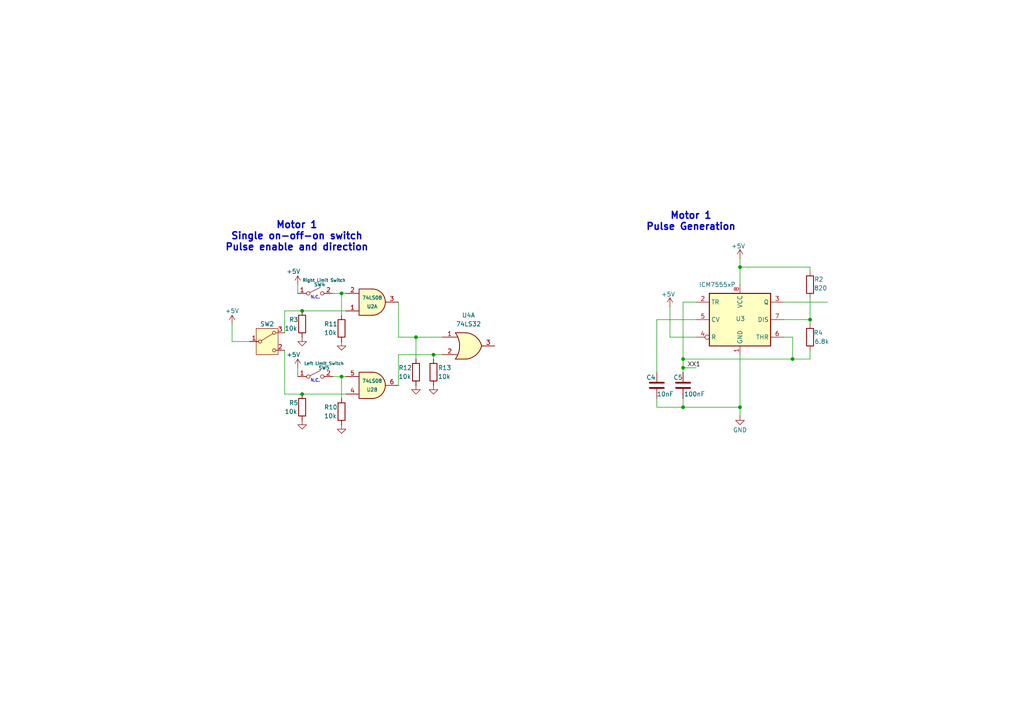
<source format=kicad_sch>
(kicad_sch (version 20250114) (generator "eeschema") (generator_version "9.0")
  (paper "A4")
  (title_block (title "Simple Dish Manual Controller") (date "2025-02-05") (rev "1.0"))
  (lib_symbols
    (symbol "74xx:74LS08" (pin_names (offset 1.016))
      (property "Reference" "U" (at 0 1.27 0))
      (property "Value" "74LS08" (at 0 -1.27 0))
      (symbol "74LS08_1_1"
        (arc (start 0 3.81) (mid 3.7934 0) (end 0 -3.81) (stroke (width 0.254)) (fill (type background)))
        (polyline (pts (xy 0 3.81) (xy -3.81 3.81) (xy -3.81 -3.81) (xy 0 -3.81)) (stroke (width 0.254)) (fill (type background)))
        (pin input line (at -7.62 2.54 0) (length 3.81) (name "~") (number "1"))
        (pin input line (at -7.62 -2.54 0) (length 3.81) (name "~") (number "2"))
        (pin output line (at 7.62 0 180) (length 3.81) (name "~") (number "3"))
      )
      (symbol "74LS08_1_2"
        (arc (start -3.81 3.81) (mid -2.589 0) (end -3.81 -3.81) (stroke (width 0.254)))
        (polyline (pts (xy -3.81 3.81) (xy -0.635 3.81)) (stroke (width 0.254)) (fill (type background)))
        (polyline (pts (xy -3.81 -3.81) (xy -0.635 -3.81)) (stroke (width 0.254)) (fill (type background)))
        (arc (start 3.81 0) (mid 2.1855 -2.584) (end -0.6096 -3.81) (stroke (width 0.254)) (fill (type background)))
        (arc (start -0.6096 3.81) (mid 2.1928 2.5924) (end 3.81 0) (stroke (width 0.254)) (fill (type background)))
        (polyline (pts (xy -0.635 3.81) (xy -3.81 3.81) (xy -3.81 3.81) (xy -3.556 3.4036) (xy -3.0226 2.2606) (xy -2.6924 1.0414) (xy -2.6162 -0.254) (xy -2.7686 -1.4986) (xy -3.175 -2.7178) (xy -3.81 -3.81) (xy -3.81 -3.81) (xy -0.635 -3.81)) (stroke (width -25.4)) (fill (type background)))
        (pin input inverted (at -7.62 2.54 0) (length 4.318) (name "~") (number "1"))
        (pin input inverted (at -7.62 -2.54 0) (length 4.318) (name "~") (number "2"))
        (pin output inverted (at 7.62 0 180) (length 3.81) (name "~") (number "3"))
      )
      (symbol "74LS08_2_1"
        (arc (start 0 3.81) (mid 3.7934 0) (end 0 -3.81) (stroke (width 0.254)) (fill (type background)))
        (polyline (pts (xy 0 3.81) (xy -3.81 3.81) (xy -3.81 -3.81) (xy 0 -3.81)) (stroke (width 0.254)) (fill (type background)))
        (pin input line (at -7.62 2.54 0) (length 3.81) (name "~") (number "4"))
        (pin input line (at -7.62 -2.54 0) (length 3.81) (name "~") (number "5"))
        (pin output line (at 7.62 0 180) (length 3.81) (name "~") (number "6"))
      )
      (symbol "74LS08_2_2"
        (arc (start -3.81 3.81) (mid -2.589 0) (end -3.81 -3.81) (stroke (width 0.254)))
        (polyline (pts (xy -3.81 3.81) (xy -0.635 3.81)) (stroke (width 0.254)) (fill (type background)))
        (polyline (pts (xy -3.81 -3.81) (xy -0.635 -3.81)) (stroke (width 0.254)) (fill (type background)))
        (arc (start 3.81 0) (mid 2.1855 -2.584) (end -0.6096 -3.81) (stroke (width 0.254)) (fill (type background)))
        (arc (start -0.6096 3.81) (mid 2.1928 2.5924) (end 3.81 0) (stroke (width 0.254)) (fill (type background)))
        (polyline (pts (xy -0.635 3.81) (xy -3.81 3.81) (xy -3.81 3.81) (xy -3.556 3.4036) (xy -3.0226 2.2606) (xy -2.6924 1.0414) (xy -2.6162 -0.254) (xy -2.7686 -1.4986) (xy -3.175 -2.7178) (xy -3.81 -3.81) (xy -3.81 -3.81) (xy -0.635 -3.81)) (stroke (width -25.4)) (fill (type background)))
        (pin input inverted (at -7.62 2.54 0) (length 4.318) (name "~") (number "4"))
        (pin input inverted (at -7.62 -2.54 0) (length 4.318) (name "~") (number "5"))
        (pin output inverted (at 7.62 0 180) (length 3.81) (name "~") (number "6"))
      )
      (symbol "74LS08_3_1"
        (arc (start 0 3.81) (mid 3.7934 0) (end 0 -3.81) (stroke (width 0.254)) (fill (type background)))
        (polyline (pts (xy 0 3.81) (xy -3.81 3.81) (xy -3.81 -3.81) (xy 0 -3.81)) (stroke (width 0.254)) (fill (type background)))
        (pin input line (at -7.62 2.54 0) (length 3.81) (name "~") (number "9"))
        (pin input line (at -7.62 -2.54 0) (length 3.81) (name "~") (number "10"))
        (pin output line (at 7.62 0 180) (length 3.81) (name "~") (number "8"))
      )
      (symbol "74LS08_3_2"
        (arc (start -3.81 3.81) (mid -2.589 0) (end -3.81 -3.81) (stroke (width 0.254)))
        (polyline (pts (xy -3.81 3.81) (xy -0.635 3.81)) (stroke (width 0.254)) (fill (type background)))
        (polyline (pts (xy -3.81 -3.81) (xy -0.635 -3.81)) (stroke (width 0.254)) (fill (type background)))
        (arc (start 3.81 0) (mid 2.1855 -2.584) (end -0.6096 -3.81) (stroke (width 0.254)) (fill (type background)))
        (arc (start -0.6096 3.81) (mid 2.1928 2.5924) (end 3.81 0) (stroke (width 0.254)) (fill (type background)))
        (polyline (pts (xy -0.635 3.81) (xy -3.81 3.81) (xy -3.81 3.81) (xy -3.556 3.4036) (xy -3.0226 2.2606) (xy -2.6924 1.0414) (xy -2.6162 -0.254) (xy -2.7686 -1.4986) (xy -3.175 -2.7178) (xy -3.81 -3.81) (xy -3.81 -3.81) (xy -0.635 -3.81)) (stroke (width -25.4)) (fill (type background)))
        (pin input inverted (at -7.62 2.54 0) (length 4.318) (name "~") (number "9"))
        (pin input inverted (at -7.62 -2.54 0) (length 4.318) (name "~") (number "10"))
        (pin output inverted (at 7.62 0 180) (length 3.81) (name "~") (number "8"))
      )
      (symbol "74LS08_4_1"
        (arc (start 0 3.81) (mid 3.7934 0) (end 0 -3.81) (stroke (width 0.254)) (fill (type background)))
        (polyline (pts (xy 0 3.81) (xy -3.81 3.81) (xy -3.81 -3.81) (xy 0 -3.81)) (stroke (width 0.254)) (fill (type background)))
        (pin input line (at -7.62 2.54 0) (length 3.81) (name "~") (number "12"))
        (pin input line (at -7.62 -2.54 0) (length 3.81) (name "~") (number "13"))
        (pin output line (at 7.62 0 180) (length 3.81) (name "~") (number "11"))
      )
      (symbol "74LS08_4_2"
        (arc (start -3.81 3.81) (mid -2.589 0) (end -3.81 -3.81) (stroke (width 0.254)))
        (polyline (pts (xy -3.81 3.81) (xy -0.635 3.81)) (stroke (width 0.254)) (fill (type background)))
        (polyline (pts (xy -3.81 -3.81) (xy -0.635 -3.81)) (stroke (width 0.254)) (fill (type background)))
        (arc (start 3.81 0) (mid 2.1855 -2.584) (end -0.6096 -3.81) (stroke (width 0.254)) (fill (type background)))
        (arc (start -0.6096 3.81) (mid 2.1928 2.5924) (end 3.81 0) (stroke (width 0.254)) (fill (type background)))
        (polyline (pts (xy -0.635 3.81) (xy -3.81 3.81) (xy -3.81 3.81) (xy -3.556 3.4036) (xy -3.0226 2.2606) (xy -2.6924 1.0414) (xy -2.6162 -0.254) (xy -2.7686 -1.4986) (xy -3.175 -2.7178) (xy -3.81 -3.81) (xy -3.81 -3.81) (xy -0.635 -3.81)) (stroke (width -25.4)) (fill (type background)))
        (pin input inverted (at -7.62 2.54 0) (length 4.318) (name "~") (number "12"))
        (pin input inverted (at -7.62 -2.54 0) (length 4.318) (name "~") (number "13"))
        (pin output inverted (at 7.62 0 180) (length 3.81) (name "~") (number "11"))
      )
      (symbol "74LS08_5_0"
        (pin power_in line (at 0 12.7 270) (length 5.08) (name "VCC") (number "14"))
        (pin power_in line (at 0 -12.7 90) (length 5.08) (name "GND") (number "7"))
      )
      (symbol "74LS08_5_1"
        (rectangle (start -5.08 7.62) (end 5.08 -7.62) (stroke (width 0.254)) (fill (type background)))
      )
    )
    (symbol "74xx:74LS32" (pin_names (offset 1.016))
      (property "Reference" "U" (at 0 1.27 0))
      (property "Value" "74LS32" (at 0 -1.27 0))
      (symbol "74LS32_1_1"
        (arc (start -3.81 3.81) (mid -2.589 0) (end -3.81 -3.81) (stroke (width 0.254)))
        (polyline (pts (xy -3.81 3.81) (xy -0.635 3.81)) (stroke (width 0.254)) (fill (type background)))
        (polyline (pts (xy -3.81 -3.81) (xy -0.635 -3.81)) (stroke (width 0.254)) (fill (type background)))
        (arc (start 3.81 0) (mid 2.1855 -2.584) (end -0.6096 -3.81) (stroke (width 0.254)) (fill (type background)))
        (arc (start -0.6096 3.81) (mid 2.1928 2.5924) (end 3.81 0) (stroke (width 0.254)) (fill (type background)))
        (polyline (pts (xy -0.635 3.81) (xy -3.81 3.81) (xy -3.81 3.81) (xy -3.556 3.4036) (xy -3.0226 2.2606) (xy -2.6924 1.0414) (xy -2.6162 -0.254) (xy -2.7686 -1.4986) (xy -3.175 -2.7178) (xy -3.81 -3.81) (xy -3.81 -3.81) (xy -0.635 -3.81)) (stroke (width -25.4)) (fill (type background)))
        (pin input line (at -7.62 2.54 0) (length 4.318) (name "~") (number "1"))
        (pin input line (at -7.62 -2.54 0) (length 4.318) (name "~") (number "2"))
        (pin output line (at 7.62 0 180) (length 3.81) (name "~") (number "3"))
      )
      (symbol "74LS32_1_2"
        (arc (start 0 3.81) (mid 3.7934 0) (end 0 -3.81) (stroke (width 0.254)) (fill (type background)))
        (polyline (pts (xy 0 3.81) (xy -3.81 3.81) (xy -3.81 -3.81) (xy 0 -3.81)) (stroke (width 0.254)) (fill (type background)))
        (pin input inverted (at -7.62 2.54 0) (length 3.81) (name "~") (number "1"))
        (pin input inverted (at -7.62 -2.54 0) (length 3.81) (name "~") (number "2"))
        (pin output inverted (at 7.62 0 180) (length 3.81) (name "~") (number "3"))
      )
      (symbol "74LS32_2_1"
        (arc (start -3.81 3.81) (mid -2.589 0) (end -3.81 -3.81) (stroke (width 0.254)))
        (polyline (pts (xy -3.81 3.81) (xy -0.635 3.81)) (stroke (width 0.254)) (fill (type background)))
        (polyline (pts (xy -3.81 -3.81) (xy -0.635 -3.81)) (stroke (width 0.254)) (fill (type background)))
        (arc (start 3.81 0) (mid 2.1855 -2.584) (end -0.6096 -3.81) (stroke (width 0.254)) (fill (type background)))
        (arc (start -0.6096 3.81) (mid 2.1928 2.5924) (end 3.81 0) (stroke (width 0.254)) (fill (type background)))
        (polyline (pts (xy -0.635 3.81) (xy -3.81 3.81) (xy -3.81 3.81) (xy -3.556 3.4036) (xy -3.0226 2.2606) (xy -2.6924 1.0414) (xy -2.6162 -0.254) (xy -2.7686 -1.4986) (xy -3.175 -2.7178) (xy -3.81 -3.81) (xy -3.81 -3.81) (xy -0.635 -3.81)) (stroke (width -25.4)) (fill (type background)))
        (pin input line (at -7.62 2.54 0) (length 4.318) (name "~") (number "4"))
        (pin input line (at -7.62 -2.54 0) (length 4.318) (name "~") (number "5"))
        (pin output line (at 7.62 0 180) (length 3.81) (name "~") (number "6"))
      )
      (symbol "74LS32_2_2"
        (arc (start 0 3.81) (mid 3.7934 0) (end 0 -3.81) (stroke (width 0.254)) (fill (type background)))
        (polyline (pts (xy 0 3.81) (xy -3.81 3.81) (xy -3.81 -3.81) (xy 0 -3.81)) (stroke (width 0.254)) (fill (type background)))
        (pin input inverted (at -7.62 2.54 0) (length 3.81) (name "~") (number "4"))
        (pin input inverted (at -7.62 -2.54 0) (length 3.81) (name "~") (number "5"))
        (pin output inverted (at 7.62 0 180) (length 3.81) (name "~") (number "6"))
      )
      (symbol "74LS32_3_1"
        (arc (start -3.81 3.81) (mid -2.589 0) (end -3.81 -3.81) (stroke (width 0.254)))
        (polyline (pts (xy -3.81 3.81) (xy -0.635 3.81)) (stroke (width 0.254)) (fill (type background)))
        (polyline (pts (xy -3.81 -3.81) (xy -0.635 -3.81)) (stroke (width 0.254)) (fill (type background)))
        (arc (start 3.81 0) (mid 2.1855 -2.584) (end -0.6096 -3.81) (stroke (width 0.254)) (fill (type background)))
        (arc (start -0.6096 3.81) (mid 2.1928 2.5924) (end 3.81 0) (stroke (width 0.254)) (fill (type background)))
        (polyline (pts (xy -0.635 3.81) (xy -3.81 3.81) (xy -3.81 3.81) (xy -3.556 3.4036) (xy -3.0226 2.2606) (xy -2.6924 1.0414) (xy -2.6162 -0.254) (xy -2.7686 -1.4986) (xy -3.175 -2.7178) (xy -3.81 -3.81) (xy -3.81 -3.81) (xy -0.635 -3.81)) (stroke (width -25.4)) (fill (type background)))
        (pin input line (at -7.62 2.54 0) (length 4.318) (name "~") (number "9"))
        (pin input line (at -7.62 -2.54 0) (length 4.318) (name "~") (number "10"))
        (pin output line (at 7.62 0 180) (length 3.81) (name "~") (number "8"))
      )
      (symbol "74LS32_3_2"
        (arc (start 0 3.81) (mid 3.7934 0) (end 0 -3.81) (stroke (width 0.254)) (fill (type background)))
        (polyline (pts (xy 0 3.81) (xy -3.81 3.81) (xy -3.81 -3.81) (xy 0 -3.81)) (stroke (width 0.254)) (fill (type background)))
        (pin input inverted (at -7.62 2.54 0) (length 3.81) (name "~") (number "9"))
        (pin input inverted (at -7.62 -2.54 0) (length 3.81) (name "~") (number "10"))
        (pin output inverted (at 7.62 0 180) (length 3.81) (name "~") (number "8"))
      )
      (symbol "74LS32_4_1"
        (arc (start -3.81 3.81) (mid -2.589 0) (end -3.81 -3.81) (stroke (width 0.254)))
        (polyline (pts (xy -3.81 3.81) (xy -0.635 3.81)) (stroke (width 0.254)) (fill (type background)))
        (polyline (pts (xy -3.81 -3.81) (xy -0.635 -3.81)) (stroke (width 0.254)) (fill (type background)))
        (arc (start 3.81 0) (mid 2.1855 -2.584) (end -0.6096 -3.81) (stroke (width 0.254)) (fill (type background)))
        (arc (start -0.6096 3.81) (mid 2.1928 2.5924) (end 3.81 0) (stroke (width 0.254)) (fill (type background)))
        (polyline (pts (xy -0.635 3.81) (xy -3.81 3.81) (xy -3.81 3.81) (xy -3.556 3.4036) (xy -3.0226 2.2606) (xy -2.6924 1.0414) (xy -2.6162 -0.254) (xy -2.7686 -1.4986) (xy -3.175 -2.7178) (xy -3.81 -3.81) (xy -3.81 -3.81) (xy -0.635 -3.81)) (stroke (width -25.4)) (fill (type background)))
        (pin input line (at -7.62 2.54 0) (length 4.318) (name "~") (number "12"))
        (pin input line (at -7.62 -2.54 0) (length 4.318) (name "~") (number "13"))
        (pin output line (at 7.62 0 180) (length 3.81) (name "~") (number "11"))
      )
      (symbol "74LS32_4_2"
        (arc (start 0 3.81) (mid 3.7934 0) (end 0 -3.81) (stroke (width 0.254)) (fill (type background)))
        (polyline (pts (xy 0 3.81) (xy -3.81 3.81) (xy -3.81 -3.81) (xy 0 -3.81)) (stroke (width 0.254)) (fill (type background)))
        (pin input inverted (at -7.62 2.54 0) (length 3.81) (name "~") (number "12"))
        (pin input inverted (at -7.62 -2.54 0) (length 3.81) (name "~") (number "13"))
        (pin output inverted (at 7.62 0 180) (length 3.81) (name "~") (number "11"))
      )
      (symbol "74LS32_5_0"
        (pin power_in line (at 0 12.7 270) (length 5.08) (name "VCC") (number "14"))
        (pin power_in line (at 0 -12.7 90) (length 5.08) (name "GND") (number "7"))
      )
      (symbol "74LS32_5_1"
        (rectangle (start -5.08 7.62) (end 5.08 -7.62) (stroke (width 0.254)) (fill (type background)))
      )
    )
    (symbol "Device:C" (pin_numbers (hide yes)) (pin_names (offset 0.254))
      (property "Reference" "C" (at 0.635 2.54 0))
      (property "Value" "C" (at 0.635 -2.54 0))
      (symbol "C_0_1"
        (polyline (pts (xy -2.032 0.762) (xy 2.032 0.762)) (stroke (width 0.508)))
        (polyline (pts (xy -2.032 -0.762) (xy 2.032 -0.762)) (stroke (width 0.508)))
      )
      (symbol "C_1_1"
        (pin passive line (at 0 3.81 270) (length 2.794) (name "~") (number "1"))
        (pin passive line (at 0 -3.81 90) (length 2.794) (name "~") (number "2"))
      )
    )
    (symbol "Device:R" (pin_numbers (hide yes)) (pin_names (offset 0))
      (property "Reference" "R" (at 2.032 0 90))
      (property "Value" "R" (at 0 0 90))
      (symbol "R_0_1"
        (rectangle (start -1.016 -2.54) (end 1.016 2.54) (stroke (width 0.254)))
      )
      (symbol "R_1_1"
        (pin passive line (at 0 3.81 270) (length 1.27) (name "~") (number "1"))
        (pin passive line (at 0 -3.81 90) (length 1.27) (name "~") (number "2"))
      )
    )
    (symbol "Switch:SW_SPDT_312" (pin_names (offset 1) (hide yes))
      (property "Reference" "SW" (at 0 5.08 0))
      (property "Value" "SW_SPDT_312" (at 0 -5.08 0))
      (symbol "SW_SPDT_312_0_1"
        (circle (center -2.032 0) (radius 0.4572))
        (polyline (pts (xy -1.651 0.254) (xy 1.651 2.286)))
        (circle (center 2.032 2.54) (radius 0.4572))
        (circle (center 2.032 -2.54) (radius 0.4572))
      )
      (symbol "SW_SPDT_312_1_1"
        (rectangle (start -3.175 3.81) (end 3.175 -3.81) (fill (type background)))
        (pin passive line (at -5.08 0 0) (length 2.54) (name "B") (number "1"))
        (pin passive line (at 5.08 2.54 180) (length 2.54) (name "A") (number "3"))
        (pin passive line (at 5.08 -2.54 180) (length 2.54) (name "C") (number "2"))
      )
    )
    (symbol "Switch:SW_SPST" (pin_names (offset 0) (hide yes))
      (property "Reference" "SW" (at 0 3.175 0))
      (property "Value" "SW_SPST" (at 0 -2.54 0))
      (symbol "SW_SPST_0_0"
        (circle (center -2.032 0) (radius 0.508))
        (polyline (pts (xy -1.524 0.254) (xy 1.524 1.778)))
        (circle (center 2.032 0) (radius 0.508))
      )
      (symbol "SW_SPST_1_1"
        (pin passive line (at -5.08 0 0) (length 2.54) (name "A") (number "1"))
        (pin passive line (at 5.08 0 180) (length 2.54) (name "B") (number "2"))
      )
    )
    (symbol "Timer:ICM7555xP"
      (property "Reference" "U" (at -10.16 8.89 0))
      (property "Value" "ICM7555xP" (at 2.54 8.89 0))
      (symbol "ICM7555xP_0_0"
        (pin power_in line (at 0 10.16 270) (length 2.54) (name "VCC") (number "8"))
        (pin power_in line (at 0 -10.16 90) (length 2.54) (name "GND") (number "1"))
      )
      (symbol "ICM7555xP_0_1"
        (rectangle (start -8.89 -7.62) (end 8.89 7.62) (stroke (width 0.254)) (fill (type background)))
        (rectangle (start -8.89 -7.62) (end 8.89 7.62) (stroke (width 0.254)) (fill (type background)))
      )
      (symbol "ICM7555xP_1_1"
        (pin input line (at -12.7 5.08 0) (length 3.81) (name "TR") (number "2"))
        (pin input line (at -12.7 0 0) (length 3.81) (name "CV") (number "5"))
        (pin input inverted (at -12.7 -5.08 0) (length 3.81) (name "R") (number "4"))
        (pin output line (at 12.7 5.08 180) (length 3.81) (name "Q") (number "3"))
        (pin input line (at 12.7 0 180) (length 3.81) (name "DIS") (number "7"))
        (pin input line (at 12.7 -5.08 180) (length 3.81) (name "THR") (number "6"))
      )
    )
    (symbol "power:+5V" (power) (pin_numbers (hide yes)) (pin_names (offset 0) (hide yes))
      (property "Value" "+5V" (at 0 3.556 0))
      (symbol "+5V_0_1"
        (polyline (pts (xy -0.762 1.27) (xy 0 2.54)))
        (polyline (pts (xy 0 2.54) (xy 0.762 1.27)))
        (polyline (pts (xy 0 0) (xy 0 2.54)))
      )
      (symbol "+5V_1_1"
        (pin power_in line (at 0 0 90) (length 0) (name "~") (number "1"))
      )
    )
    (symbol "power:GND" (power) (pin_numbers (hide yes)) (pin_names (offset 0) (hide yes))
      (property "Value" "GND" (at 0 -3.81 0))
      (symbol "GND_0_1"
        (polyline (pts (xy 0 0) (xy 0 -1.27) (xy 1.27 -1.27) (xy 0 -2.54) (xy -1.27 -1.27) (xy 0 -1.27)))
      )
      (symbol "GND_1_1"
        (pin power_in line (at 0 0 270) (length 0) (name "~") (number "1"))
      )
    )
  )
  (text "N.C." (at 91.44 86.36 0) (effects (font (size 0.889 0.889))))
  (text "Motor 1\nSingle on-off-on switch\nPulse enable and direction" (at 86.106 68.58 0) (effects (font (size 2 2) (thickness 0.4) (bold yes))))
  (text "Motor 1\nPulse Generation\n" (at 200.406 64.262 0) (effects (font (size 2 2) (thickness 0.4) (bold yes))))
  (text "N.C." (at 91.44 110.49 0) (effects (font (size 0.889 0.889))))
  (junction (at 99.06 109.22))
  (junction (at 198.12 104.14))
  (junction (at 229.87 104.14))
  (junction (at 87.63 90.17))
  (junction (at 99.06 85.09))
  (junction (at 120.65 97.79))
  (junction (at 214.63 77.47))
  (junction (at 125.73 102.87))
  (junction (at 198.12 106.68))
  (junction (at 87.63 114.3))
  (junction (at 198.12 118.11))
  (junction (at 234.95 92.71))
  (junction (at 214.63 118.11))
  (wire (pts (xy 99.06 85.09) (xy 99.06 91.44)))
  (wire (pts (xy 214.63 77.47) (xy 234.95 77.47)))
  (wire (pts (xy 234.95 104.14) (xy 229.87 104.14)))
  (wire (pts (xy 201.93 92.71) (xy 190.5 92.71)))
  (wire (pts (xy 229.87 97.79) (xy 229.87 104.14)))
  (wire (pts (xy 214.63 74.93) (xy 214.63 77.47)))
  (wire (pts (xy 96.52 109.22) (xy 99.06 109.22)))
  (wire (pts (xy 190.5 115.57) (xy 190.5 118.11)))
  (wire (pts (xy 82.55 90.17) (xy 87.63 90.17)))
  (wire (pts (xy 201.93 87.63) (xy 198.12 87.63)))
  (wire (pts (xy 234.95 101.6) (xy 234.95 104.14)))
  (wire (pts (xy 115.57 87.63) (xy 115.57 97.79)))
  (wire (pts (xy 234.95 86.36) (xy 234.95 92.71)))
  (wire (pts (xy 72.39 99.06) (xy 67.31 99.06)))
  (wire (pts (xy 120.65 97.79) (xy 128.27 97.79)))
  (wire (pts (xy 125.73 102.87) (xy 125.73 104.14)))
  (wire (pts (xy 194.31 88.9) (xy 194.31 97.79)))
  (wire (pts (xy 96.52 85.09) (xy 99.06 85.09)))
  (wire (pts (xy 115.57 102.87) (xy 115.57 111.76)))
  (wire (pts (xy 198.12 87.63) (xy 198.12 104.14)))
  (wire (pts (xy 198.12 115.57) (xy 198.12 118.11)))
  (wire (pts (xy 87.63 90.17) (xy 100.33 90.17)))
  (wire (pts (xy 190.5 92.71) (xy 190.5 107.95)))
  (wire (pts (xy 99.06 109.22) (xy 100.33 109.22)))
  (wire (pts (xy 120.65 97.79) (xy 120.65 104.14)))
  (wire (pts (xy 198.12 106.68) (xy 198.12 107.95)))
  (wire (pts (xy 214.63 118.11) (xy 214.63 120.65)))
  (wire (pts (xy 82.55 114.3) (xy 87.63 114.3)))
  (wire (pts (xy 198.12 118.11) (xy 214.63 118.11)))
  (wire (pts (xy 214.63 102.87) (xy 214.63 118.11)))
  (wire (pts (xy 99.06 109.22) (xy 99.06 115.57)))
  (wire (pts (xy 82.55 96.52) (xy 82.55 90.17)))
  (wire (pts (xy 86.36 106.68) (xy 86.36 109.22)))
  (wire (pts (xy 214.63 77.47) (xy 214.63 82.55)))
  (wire (pts (xy 87.63 114.3) (xy 100.33 114.3)))
  (wire (pts (xy 229.87 97.79) (xy 227.33 97.79)))
  (wire (pts (xy 227.33 92.71) (xy 234.95 92.71)))
  (wire (pts (xy 125.73 102.87) (xy 115.57 102.87)))
  (wire (pts (xy 194.31 97.79) (xy 201.93 97.79)))
  (wire (pts (xy 86.36 82.55) (xy 86.36 85.09)))
  (wire (pts (xy 234.95 78.74) (xy 234.95 77.47)))
  (wire (pts (xy 234.95 93.98) (xy 234.95 92.71)))
  (wire (pts (xy 201.93 106.68) (xy 198.12 106.68)))
  (wire (pts (xy 198.12 104.14) (xy 198.12 106.68)))
  (wire (pts (xy 82.55 101.6) (xy 82.55 114.3)))
  (wire (pts (xy 128.27 102.87) (xy 125.73 102.87)))
  (wire (pts (xy 227.33 87.63) (xy 240.03 87.63)))
  (wire (pts (xy 99.06 85.09) (xy 100.33 85.09)))
  (wire (pts (xy 190.5 118.11) (xy 198.12 118.11)))
  (wire (pts (xy 115.57 97.79) (xy 120.65 97.79)))
  (wire (pts (xy 198.12 104.14) (xy 229.87 104.14)))
  (wire (pts (xy 67.31 99.06) (xy 67.31 93.98)))
  (label "XX1" (at 203.2 106.68 180))
  (symbol (lib_id "power:+5V") (at 194.31 88.9 0) (unit 1)
    (property "Reference" "#PWR010" (effects (hide yes)))
    (property "Value" "+5V" (at 193.802 85.344 0))
    (property "Description" "Power symbol creates a global label with name \"+5V\"" (effects (hide yes)))
  )
  (symbol (lib_id "Device:R") (at 99.06 119.38 0) (unit 1)
    (property "Reference" "R10" (at 93.98 118.11 0) (effects (justify left)))
    (property "Value" "10k" (at 93.98 120.65 0) (effects (justify left)))
    (property "Description" "Resistor" (effects (hide yes)))
  )
  (symbol (lib_id "Device:C") (at 198.12 111.76 0) (unit 1)
    (property "Reference" "C5" (at 195.326 109.474 0) (effects (justify left)))
    (property "Value" "100nF" (at 198.374 114.3 0) (effects (justify left)))
    (property "Description" "Unpolarized capacitor" (effects (hide yes)))
  )
  (symbol (lib_id "74xx:74LS08") (at 107.95 87.63 0) (mirror x) (unit 1)
    (property "Reference" "U2" (at 107.95 88.9 0) (effects (font (size 1.016 1.016))))
    (property "Value" "74LS08" (at 107.95 86.36 0) (effects (font (size 1.016 1.016))))
    (property "Datasheet" "http://www.ti.com/lit/gpn/sn74LS08" (effects (hide yes)))
    (property "Description" "Quad And2" (effects (hide yes)))
  )
  (symbol (lib_id "Timer:ICM7555xP") (at 214.63 92.71 0) (unit 1)
    (property "Reference" "U3" (at 213.36 92.456 0) (effects (justify left)))
    (property "Value" "ICM7555xP" (at 202.692 82.55 0) (effects (justify left)))
    (property "Footprint" "Package_DIP:DIP-8_W7.62mm" (effects (hide yes)))
    (property "Datasheet" "http://www.intersil.com/content/dam/Intersil/documents/icm7/icm7555-56.pdf" (effects (hide yes)))
    (property "Description" "CMOS General Purpose Timer, 555 compatible, PDIP-8" (effects (hide yes)))
  )
  (symbol (lib_id "74xx:74LS32") (at 135.89 100.33 0) (unit 1)
    (property "Reference" "U4" (at 135.89 91.44 0))
    (property "Value" "74LS32" (at 135.89 93.98 0))
    (property "Datasheet" "http://www.ti.com/lit/gpn/sn74LS32" (effects (hide yes)))
    (property "Description" "Quad 2-input OR" (effects (hide yes)))
  )
  (symbol (lib_id "power:GND") (at 87.63 97.79 0) (unit 1)
    (property "Reference" "#PWR06" (effects (hide yes)))
    (property "Value" "GND" (effects (hide yes)))
    (property "Description" "Power symbol creates a global label with name \"GND\" , ground" (effects (hide yes)))
  )
  (symbol (lib_id "Device:R") (at 234.95 97.79 180) (unit 1)
    (property "Reference" "R4" (at 235.966 96.52 0) (effects (justify right)))
    (property "Value" "6.8k" (at 236.22 99.06 0) (effects (justify right)))
    (property "Description" "Resistor" (effects (hide yes)))
  )
  (symbol (lib_id "Device:R") (at 125.73 107.95 0) (unit 1)
    (property "Reference" "R13" (at 127 106.68 0) (effects (justify left)))
    (property "Value" "10k" (at 127 109.22 0) (effects (justify left)))
    (property "Description" "Resistor" (effects (hide yes)))
  )
  (symbol (lib_id "power:GND") (at 99.06 123.19 0) (unit 1)
    (property "Reference" "#PWR015" (effects (hide yes)))
    (property "Value" "GND" (effects (hide yes)))
    (property "Description" "Power symbol creates a global label with name \"GND\" , ground" (effects (hide yes)))
  )
  (symbol (lib_id "power:GND") (at 99.06 99.06 0) (unit 1)
    (property "Reference" "#PWR012" (effects (hide yes)))
    (property "Value" "GND" (effects (hide yes)))
    (property "Description" "Power symbol creates a global label with name \"GND\" , ground" (effects (hide yes)))
  )
  (symbol (lib_id "power:GND") (at 125.73 111.76 0) (unit 1)
    (property "Reference" "#PWR018" (effects (hide yes)))
    (property "Value" "GND" (effects (hide yes)))
    (property "Description" "Power symbol creates a global label with name \"GND\" , ground" (effects (hide yes)))
  )
  (symbol (lib_id "power:+5V") (at 67.31 93.98 0) (unit 1)
    (property "Reference" "#PWR09" (effects (hide yes)))
    (property "Value" "+5V" (at 67.31 90.17 0))
    (property "Description" "Power symbol creates a global label with name \"+5V\"" (effects (hide yes)))
  )
  (symbol (lib_id "power:GND") (at 214.63 120.65 0) (unit 1)
    (property "Reference" "#PWR016" (effects (hide yes)))
    (property "Value" "GND" (at 214.63 124.714 0))
    (property "Description" "Power symbol creates a global label with name \"GND\" , ground" (effects (hide yes)))
  )
  (symbol (lib_id "Device:R") (at 99.06 95.25 0) (unit 1)
    (property "Reference" "R11" (at 93.98 93.98 0) (effects (justify left)))
    (property "Value" "10k" (at 93.98 96.52 0) (effects (justify left)))
    (property "Description" "Resistor" (effects (hide yes)))
  )
  (symbol (lib_id "power:+5V") (at 86.36 106.68 0) (unit 1)
    (property "Reference" "#PWR08" (effects (hide yes)))
    (property "Value" "+5V" (at 85.09 102.87 0))
    (property "Description" "Power symbol creates a global label with name \"+5V\"" (effects (hide yes)))
  )
  (symbol (lib_id "power:GND") (at 87.63 121.92 0) (unit 1)
    (property "Reference" "#PWR07" (effects (hide yes)))
    (property "Value" "GND" (effects (hide yes)))
    (property "Description" "Power symbol creates a global label with name \"GND\" , ground" (effects (hide yes)))
  )
  (symbol (lib_id "Switch:SW_SPDT_312") (at 77.47 99.06 0) (unit 1)
    (property "Reference" "SW2" (at 77.47 93.98 0))
    (property "Value" "SW_SPDT_312" (effects (hide yes)))
    (property "Description" "Switch, single pole double throw" (effects (hide yes)))
  )
  (symbol (lib_id "power:GND") (at 120.65 111.76 0) (unit 1)
    (property "Reference" "#PWR017" (effects (hide yes)))
    (property "Value" "GND" (effects (hide yes)))
    (property "Description" "Power symbol creates a global label with name \"GND\" , ground" (effects (hide yes)))
  )
  (symbol (lib_id "Device:R") (at 120.65 107.95 0) (unit 1)
    (property "Reference" "R12" (at 115.57 106.68 0) (effects (justify left)))
    (property "Value" "10k" (at 115.57 109.22 0) (effects (justify left)))
    (property "Description" "Resistor" (effects (hide yes)))
  )
  (symbol (lib_id "Device:R") (at 87.63 93.98 0) (unit 1)
    (property "Reference" "R3" (at 83.82 92.71 0) (effects (justify left)))
    (property "Value" "10k" (at 82.55 95.25 0) (effects (justify left)))
    (property "Description" "Resistor" (effects (hide yes)))
  )
  (symbol (lib_id "Device:R") (at 87.63 118.11 0) (unit 1)
    (property "Reference" "R5" (at 83.82 116.84 0) (effects (justify left)))
    (property "Value" "10k" (at 82.55 119.38 0) (effects (justify left)))
    (property "Description" "Resistor" (effects (hide yes)))
  )
  (symbol (lib_id "Switch:SW_SPST") (at 91.44 109.22 0) (unit 1)
    (property "Reference" "SW5" (at 93.98 106.68 0) (effects (font (size 1.016 1.016))))
    (property "Value" "Left Limit Switch" (at 93.98 105.41 0) (effects (font (size 0.889 0.889))))
    (property "Description" "Single Pole Single Throw (SPST) switch" (effects (hide yes)))
  )
  (symbol (lib_id "Device:C") (at 190.5 111.76 0) (unit 1)
    (property "Reference" "C4" (at 187.452 109.474 0) (effects (justify left)))
    (property "Value" "10nF" (at 190.5 114.3 0) (effects (justify left)))
    (property "Description" "Unpolarized capacitor" (effects (hide yes)))
  )
  (symbol (lib_id "power:+5V") (at 86.36 82.55 0) (unit 1)
    (property "Reference" "#PWR011" (effects (hide yes)))
    (property "Value" "+5V" (at 85.09 78.74 0))
    (property "Description" "Power symbol creates a global label with name \"+5V\"" (effects (hide yes)))
  )
  (symbol (lib_id "power:+5V") (at 214.63 74.93 0) (unit 1)
    (property "Reference" "#PWR05" (effects (hide yes)))
    (property "Value" "+5V" (at 214.122 71.374 0))
    (property "Description" "Power symbol creates a global label with name \"+5V\"" (effects (hide yes)))
  )
  (symbol (lib_id "Device:R") (at 234.95 82.55 0) (unit 1)
    (property "Reference" "R2" (at 237.49 81.026 0))
    (property "Value" "820" (at 237.998 83.566 0))
    (property "Description" "Resistor" (effects (hide yes)))
  )
  (symbol (lib_id "Switch:SW_SPST") (at 91.44 85.09 0) (unit 1)
    (property "Reference" "SW4" (at 92.71 82.55 0) (effects (font (size 1.016 1.016))))
    (property "Value" "Right Limit Switch" (at 93.98 81.28 0) (effects (font (size 0.889 0.889))))
    (property "Description" "Single Pole Single Throw (SPST) switch" (effects (hide yes)))
  )
  (symbol (lib_id "74xx:74LS08") (at 107.95 111.76 0) (mirror x) (unit 2)
    (property "Reference" "U2" (at 107.95 113.03 0) (effects (font (size 1.016 1.016))))
    (property "Value" "74LS08" (at 107.95 110.49 0) (effects (font (size 1.016 1.016))))
    (property "Datasheet" "http://www.ti.com/lit/gpn/sn74LS08" (effects (hide yes)))
    (property "Description" "Quad And2" (effects (hide yes)))
  )
)
</source>
